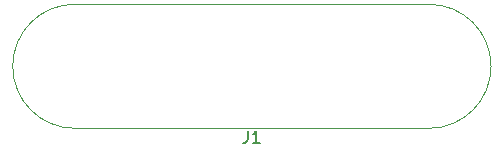
<source format=gbr>
%TF.GenerationSoftware,KiCad,Pcbnew,7.0.1-3b83917a11~172~ubuntu22.04.1*%
%TF.CreationDate,2023-06-06T17:30:24-04:00*%
%TF.ProjectId,coil_template,636f696c-5f74-4656-9d70-6c6174652e6b,rev?*%
%TF.SameCoordinates,Original*%
%TF.FileFunction,Legend,Top*%
%TF.FilePolarity,Positive*%
%FSLAX46Y46*%
G04 Gerber Fmt 4.6, Leading zero omitted, Abs format (unit mm)*
G04 Created by KiCad (PCBNEW 7.0.1-3b83917a11~172~ubuntu22.04.1) date 2023-06-06 17:30:24*
%MOMM*%
%LPD*%
G01*
G04 APERTURE LIST*
%ADD10C,0.150000*%
%ADD11C,0.120000*%
G04 APERTURE END LIST*
D10*
%TO.C,J1*%
X614666666Y-26462619D02*
X614666666Y-27176904D01*
X614666666Y-27176904D02*
X614619047Y-27319761D01*
X614619047Y-27319761D02*
X614523809Y-27415000D01*
X614523809Y-27415000D02*
X614380952Y-27462619D01*
X614380952Y-27462619D02*
X614285714Y-27462619D01*
X615666666Y-27462619D02*
X615095238Y-27462619D01*
X615380952Y-27462619D02*
X615380952Y-26462619D01*
X615380952Y-26462619D02*
X615285714Y-26605476D01*
X615285714Y-26605476D02*
X615190476Y-26700714D01*
X615190476Y-26700714D02*
X615095238Y-26748333D01*
D11*
X600000000Y-26250000D02*
X630000000Y-26250000D01*
X630000000Y-15750000D02*
X600000000Y-15750000D01*
X600000000Y-15750000D02*
G75*
G03*
X600000000Y-26250000I0J-5250000D01*
G01*
X630000000Y-26250000D02*
G75*
G03*
X630000000Y-15750000I0J5250000D01*
G01*
%TD*%
M02*

</source>
